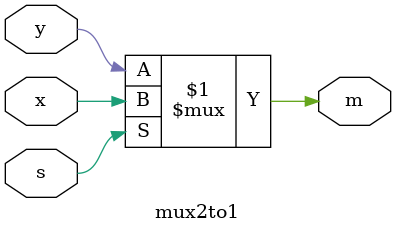
<source format=v>
module part3(clock, reset, ParallelLoadn, RotateRight, ASRight, Data_IN, Q);
input ASRight, RotateRight, ParallelLoadn, clock, reset;
input [7:0] Data_IN;
output [7:0] Q;

wire [7:0] Q_out;
assign Q = Q_out;

flipflop F7(.clock(clock), .reset(reset), .data(Data_IN[7]), .loadn(ParallelLoadn), .loadleft(RotateRight), .left(Q[0]), .right(Q[6]), .asright(ASRight), .Q(Q[7]));
flipflop F6(.clock(clock), .reset(reset), .data(Data_IN[6]), .loadn(ParallelLoadn), .loadleft(RotateRight), .left(Q[7]), .right(Q[5]), .asright(Q[7]), .Q(Q[6]));
flipflop F5(.clock(clock), .reset(reset), .data(Data_IN[5]), .loadn(ParallelLoadn), .loadleft(RotateRight), .left(Q[6]), .right(Q[4]), .asright(Q[7]), .Q(Q[5]));
flipflop F4(.clock(clock), .reset(reset), .data(Data_IN[4]), .loadn(ParallelLoadn), .loadleft(RotateRight), .left(Q[5]), .right(Q[3]), .asright(Q[7]), .Q(Q[4]));
flipflop F3(.clock(clock), .reset(reset), .data(Data_IN[3]), .loadn(ParallelLoadn), .loadleft(RotateRight), .left(Q[4]), .right(Q[2]), .asright(Q[7]), .Q(Q[3]));
flipflop F2(.clock(clock), .reset(reset), .data(Data_IN[2]), .loadn(ParallelLoadn), .loadleft(RotateRight), .left(Q[3]), .right(Q[1]), .asright(Q[7]), .Q(Q[2]));
flipflop F1(.clock(clock), .reset(reset), .data(Data_IN[1]), .loadn(ParallelLoadn), .loadleft(RotateRight), .left(Q[2]), .right(Q[0]), .asright(Q[7]), .Q(Q[1]));
flipflop F0(.clock(clock), .reset(reset), .data(Data_IN[0]), .loadn(ParallelLoadn), .loadleft(RotateRight), .left(Q[1]), .right(Q[7]), .asright(Q[7]), .Q(Q[0]));

endmodule

module flipflop (clock, reset, data, loadn, loadleft, left, right, asright, Q);
input clock, reset, data, loadn, loadleft, left, right, asright;
output reg Q;

wire A, B;

mux2to1 M1 (.y(right), .x(left), .s(loadleft), .m(A));
mux2to1 M2(.y(data), .x(A), .s(loadn), .m(B));

always @ (posedge clock)
begin

if(reset)
Q <= 1'b0;
else if (asright == 1'b1 && loadleft == 1'b1)
Q <= 1'b0;
else
Q <= B;

end
endmodule


module mux2to1 (y, x, s, m);
input y, x, s;
output m;

assign m = s ? x : y;

endmodule

</source>
